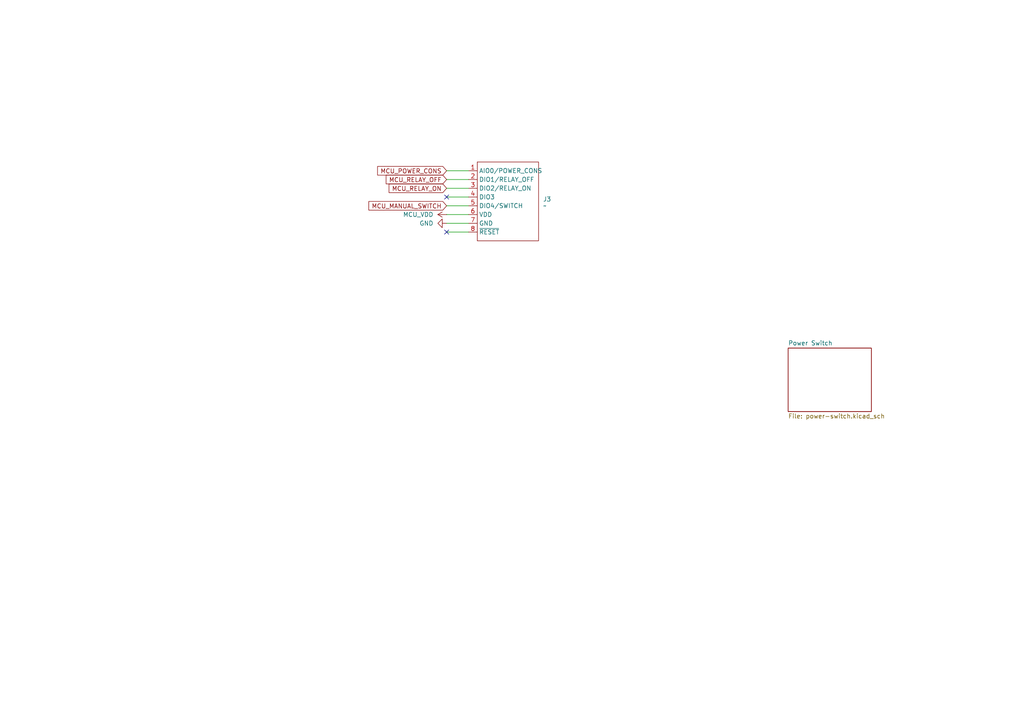
<source format=kicad_sch>
(kicad_sch (version 20231120) (generator "eeschema") (generator_version "8.0")
  (paper "A4")
  (lib_symbols
    (symbol "Pandora:Zeus-MB"
      (property "Reference" "J" (at 3.81 2.286 0))
      (symbol "Zeus-MB_0_1"
        (rectangle (start 0 11.43) (end 17.78 -11.43))
      )
      (symbol "Zeus-MB_1_1"
        (pin passive line (at -2.54 8.89 0) (length 2.54) (name "AIO0/POWER_CONS") (number "1"))
        (pin passive line (at -2.54 6.35 0) (length 2.54) (name "DIO1/RELAY_OFF") (number "2"))
        (pin passive line (at -2.54 3.81 0) (length 2.54) (name "DIO2/RELAY_ON") (number "3"))
        (pin passive line (at -2.54 1.27 0) (length 2.54) (name "DIO3") (number "4"))
        (pin passive line (at -2.54 -1.27 0) (length 2.54) (name "DIO4/SWITCH") (number "5"))
        (pin passive line (at -2.54 -3.81 0) (length 2.54) (name "VDD") (number "6"))
        (pin passive line (at -2.54 -6.35 0) (length 2.54) (name "GND") (number "7"))
        (pin passive line (at -2.54 -8.89 0) (length 2.54) (name "~{RESET}") (number "8"))
      )
    )
    (symbol "power:GND" (power) (pin_numbers hide) (pin_names (offset 0) hide)
      (property "Value" "GND" (at 0 -3.81 0))
      (symbol "GND_0_1"
        (polyline (pts (xy 0 0) (xy 0 -1.27) (xy 1.27 -1.27) (xy 0 -2.54) (xy -1.27 -1.27) (xy 0 -1.27)))
      )
      (symbol "GND_1_1"
        (pin power_in line (at 0 0 270) (length 0) (name "~") (number "1"))
      )
    )
    (symbol "power:VDD" (power) (pin_numbers hide) (pin_names (offset 0) hide)
      (property "Value" "VDD" (at 0 3.556 0))
      (symbol "VDD_0_1"
        (polyline (pts (xy -0.762 1.27) (xy 0 2.54)))
        (polyline (pts (xy 0 0) (xy 0 2.54)))
        (polyline (pts (xy 0 2.54) (xy 0.762 1.27)))
      )
      (symbol "VDD_1_1"
        (pin power_in line (at 0 0 90) (length 0) (name "~") (number "1"))
      )
    )
  )
  (no_connect (at 129.54 67.31))
  (no_connect (at 129.54 57.15))
  (wire (pts (xy 129.54 59.69) (xy 135.89 59.69)))
  (wire (pts (xy 129.54 67.31) (xy 135.89 67.31)))
  (wire (pts (xy 129.54 49.53) (xy 135.89 49.53)))
  (wire (pts (xy 129.54 52.07) (xy 135.89 52.07)))
  (wire (pts (xy 129.54 57.15) (xy 135.89 57.15)))
  (wire (pts (xy 129.54 54.61) (xy 135.89 54.61)))
  (wire (pts (xy 129.54 64.77) (xy 135.89 64.77)))
  (wire (pts (xy 129.54 62.23) (xy 135.89 62.23)))
  (global_label "MCU_RELAY_ON" (shape input) (at 129.54 54.61 180) (property "Intersheetrefs" "${INTERSHEET_REFS}" (effects (hide yes))))
  (global_label "MCU_POWER_CONS" (shape input) (at 129.54 49.53 180) (property "Intersheetrefs" "${INTERSHEET_REFS}" (effects (hide yes))))
  (global_label "MCU_RELAY_OFF" (shape input) (at 129.54 52.07 180) (property "Intersheetrefs" "${INTERSHEET_REFS}" (effects (hide yes))))
  (global_label "MCU_MANUAL_SWITCH" (shape input) (at 129.54 59.69 180) (property "Intersheetrefs" "${INTERSHEET_REFS}" (effects (hide yes))))
  (global_label "MCU_USER_BUTTON1" (shape input) (at 115.57 -17.78 0) (property "Intersheetrefs" "${INTERSHEET_REFS}" (effects (hide yes))))
  (symbol (lib_id "Pandora:Zeus-MB") (at 138.43 58.42 0) (unit 1)
    (property "Reference" "J3" (at 157.48 57.7849 0) (effects (justify left)))
    (property "Value" "~" (at 157.48 59.69 0) (effects (justify left)))
    (property "Footprint" "Pandora:Zeus Connector_1" (effects (hide yes)))
  )
  (symbol (lib_id "power:GND") (at 129.54 64.77 270) (unit 1)
    (property "Reference" "#PWR04" (effects (hide yes)))
    (property "Value" "GND" (at 125.73 64.7699 90) (effects (justify right)))
    (property "Description" "Power symbol creates a global label with name \"GND\" , ground" (effects (hide yes)))
  )
  (symbol (lib_id "power:VDD") (at 129.54 62.23 90) (unit 1)
    (property "Reference" "#PWR03" (effects (hide yes)))
    (property "Value" "MCU_VDD" (at 125.73 62.2299 90) (effects (justify left)))
    (property "Description" "Power symbol creates a global label with name \"VDD\"" (effects (hide yes)))
  )
  (sheet (at 228.6 100.965) (size 24.13 18.415) (stroke (width 0.1524))
    (property "Sheetname" "Power Switch" (at 228.6 100.2534 0) (effects (justify left bottom)))
    (property "Sheetfile" "power-switch.kicad_sch" (at 228.6 119.9646 0) (effects (justify left top)))
  )
)
</source>
